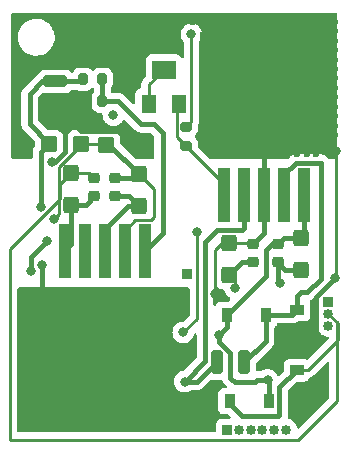
<source format=gbr>
%TF.GenerationSoftware,KiCad,Pcbnew,(6.0.5)*%
%TF.CreationDate,2022-07-20T13:20:04-04:00*%
%TF.ProjectId,torque_motor_design,746f7271-7565-45f6-9d6f-746f725f6465,rev?*%
%TF.SameCoordinates,Original*%
%TF.FileFunction,Copper,L1,Top*%
%TF.FilePolarity,Positive*%
%FSLAX46Y46*%
G04 Gerber Fmt 4.6, Leading zero omitted, Abs format (unit mm)*
G04 Created by KiCad (PCBNEW (6.0.5)) date 2022-07-20 13:20:04*
%MOMM*%
%LPD*%
G01*
G04 APERTURE LIST*
G04 Aperture macros list*
%AMRoundRect*
0 Rectangle with rounded corners*
0 $1 Rounding radius*
0 $2 $3 $4 $5 $6 $7 $8 $9 X,Y pos of 4 corners*
0 Add a 4 corners polygon primitive as box body*
4,1,4,$2,$3,$4,$5,$6,$7,$8,$9,$2,$3,0*
0 Add four circle primitives for the rounded corners*
1,1,$1+$1,$2,$3*
1,1,$1+$1,$4,$5*
1,1,$1+$1,$6,$7*
1,1,$1+$1,$8,$9*
0 Add four rect primitives between the rounded corners*
20,1,$1+$1,$2,$3,$4,$5,0*
20,1,$1+$1,$4,$5,$6,$7,0*
20,1,$1+$1,$6,$7,$8,$9,0*
20,1,$1+$1,$8,$9,$2,$3,0*%
G04 Aperture macros list end*
%TA.AperFunction,SMDPad,CuDef*%
%ADD10RoundRect,0.225000X0.250000X-0.225000X0.250000X0.225000X-0.250000X0.225000X-0.250000X-0.225000X0*%
%TD*%
%TA.AperFunction,SMDPad,CuDef*%
%ADD11RoundRect,0.250000X0.425000X-0.450000X0.425000X0.450000X-0.425000X0.450000X-0.425000X-0.450000X0*%
%TD*%
%TA.AperFunction,SMDPad,CuDef*%
%ADD12RoundRect,0.250000X-0.450000X-0.425000X0.450000X-0.425000X0.450000X0.425000X-0.450000X0.425000X0*%
%TD*%
%TA.AperFunction,SMDPad,CuDef*%
%ADD13R,1.300000X1.600000*%
%TD*%
%TA.AperFunction,SMDPad,CuDef*%
%ADD14R,2.000000X1.600000*%
%TD*%
%TA.AperFunction,SMDPad,CuDef*%
%ADD15RoundRect,0.225000X-0.250000X0.225000X-0.250000X-0.225000X0.250000X-0.225000X0.250000X0.225000X0*%
%TD*%
%TA.AperFunction,SMDPad,CuDef*%
%ADD16RoundRect,0.200000X0.200000X0.275000X-0.200000X0.275000X-0.200000X-0.275000X0.200000X-0.275000X0*%
%TD*%
%TA.AperFunction,SMDPad,CuDef*%
%ADD17R,1.100000X4.600000*%
%TD*%
%TA.AperFunction,SMDPad,CuDef*%
%ADD18R,10.800000X9.400000*%
%TD*%
%TA.AperFunction,SMDPad,CuDef*%
%ADD19RoundRect,0.250000X0.250000X0.750000X-0.250000X0.750000X-0.250000X-0.750000X0.250000X-0.750000X0*%
%TD*%
%TA.AperFunction,SMDPad,CuDef*%
%ADD20RoundRect,0.200000X-0.200000X-0.275000X0.200000X-0.275000X0.200000X0.275000X-0.200000X0.275000X0*%
%TD*%
%TA.AperFunction,SMDPad,CuDef*%
%ADD21R,1.200000X0.900000*%
%TD*%
%TA.AperFunction,SMDPad,CuDef*%
%ADD22RoundRect,0.250000X-0.425000X0.450000X-0.425000X-0.450000X0.425000X-0.450000X0.425000X0.450000X0*%
%TD*%
%TA.AperFunction,SMDPad,CuDef*%
%ADD23R,0.900000X1.200000*%
%TD*%
%TA.AperFunction,SMDPad,CuDef*%
%ADD24RoundRect,0.250000X0.750000X-0.250000X0.750000X0.250000X-0.750000X0.250000X-0.750000X-0.250000X0*%
%TD*%
%TA.AperFunction,SMDPad,CuDef*%
%ADD25RoundRect,0.200000X-0.275000X0.200000X-0.275000X-0.200000X0.275000X-0.200000X0.275000X0.200000X0*%
%TD*%
%TA.AperFunction,ComponentPad*%
%ADD26R,0.850000X0.850000*%
%TD*%
%TA.AperFunction,ComponentPad*%
%ADD27O,0.850000X0.850000*%
%TD*%
%TA.AperFunction,ViaPad*%
%ADD28C,0.600000*%
%TD*%
%TA.AperFunction,ViaPad*%
%ADD29C,0.800000*%
%TD*%
%TA.AperFunction,Conductor*%
%ADD30C,0.400000*%
%TD*%
%TA.AperFunction,Conductor*%
%ADD31C,0.250000*%
%TD*%
G04 APERTURE END LIST*
D10*
%TO.P,C8,1*%
%TO.N,+V*%
X179070000Y-49543000D03*
%TO.P,C8,2*%
%TO.N,GND*%
X179070000Y-47993000D03*
%TD*%
D11*
%TO.P,C6,1*%
%TO.N,+V*%
X177165000Y-50245000D03*
%TO.P,C6,2*%
%TO.N,GND*%
X177165000Y-47545000D03*
%TD*%
D12*
%TO.P,C10,1*%
%TO.N,GND*%
X180112000Y-45178000D03*
%TO.P,C10,2*%
%TO.N,-V*%
X182812000Y-45178000D03*
%TD*%
D13*
%TO.P,RV1,1,1*%
%TO.N,GND*%
X183742000Y-41718000D03*
D14*
%TO.P,RV1,2,2*%
X184992000Y-38818000D03*
D13*
%TO.P,RV1,3,3*%
%TO.N,Net-(R1-Pad2)*%
X186242000Y-41718000D03*
%TD*%
D15*
%TO.P,C7,1*%
%TO.N,+V*%
X194665600Y-53581000D03*
%TO.P,C7,2*%
%TO.N,GND*%
X194665600Y-55131000D03*
%TD*%
D16*
%TO.P,R6,1*%
%TO.N,Net-(R5-Pad2)*%
X179793400Y-41503600D03*
%TO.P,R6,2*%
%TO.N,-V*%
X178143400Y-41503600D03*
%TD*%
D17*
%TO.P,U3,1,+*%
%TO.N,Net-(R1-Pad2)*%
X190092000Y-49443000D03*
%TO.P,U3,2,-*%
%TO.N,Net-(Motor-1-Pad1)*%
X191792000Y-49443000D03*
%TO.P,U3,3*%
%TO.N,-V*%
X193492000Y-49443000D03*
%TO.P,U3,4,V+*%
%TO.N,Net-(D1-Pad2)*%
X195192000Y-49443000D03*
%TO.P,U3,5,V-*%
%TO.N,+V*%
X196892000Y-49443000D03*
D18*
%TO.P,U3,6*%
%TO.N,-V*%
X193492000Y-40293000D03*
%TD*%
D19*
%TO.P,Motor+1,1,Pin_1*%
%TO.N,Net-(D1-Pad2)*%
X191820800Y-63601600D03*
%TD*%
D15*
%TO.P,C5,1*%
%TO.N,-V*%
X192532000Y-53581000D03*
%TO.P,C5,2*%
%TO.N,GND*%
X192532000Y-55131000D03*
%TD*%
D20*
%TO.P,R5,1*%
%TO.N,+V*%
X178143400Y-39624000D03*
%TO.P,R5,2*%
%TO.N,Net-(R5-Pad2)*%
X179793400Y-39624000D03*
%TD*%
D21*
%TO.P,D7,1,K*%
%TO.N,GND*%
X196242000Y-64268000D03*
%TO.P,D7,2,A*%
%TO.N,-V*%
X196242000Y-67568000D03*
%TD*%
D12*
%TO.P,C9,1*%
%TO.N,+V*%
X175307000Y-45085000D03*
%TO.P,C9,2*%
%TO.N,GND*%
X178007000Y-45085000D03*
%TD*%
D17*
%TO.P,U2,1,+*%
%TO.N,Net-(R5-Pad2)*%
X183392000Y-54193000D03*
%TO.P,U2,2,-*%
%TO.N,GND*%
X181692000Y-54193000D03*
%TO.P,U2,3*%
%TO.N,-V*%
X179992000Y-54193000D03*
%TO.P,U2,4,V+*%
%TO.N,GND*%
X178292000Y-54193000D03*
%TO.P,U2,5,V-*%
%TO.N,+V*%
X176592000Y-54193000D03*
D18*
%TO.P,U2,6*%
%TO.N,-V*%
X179992000Y-63343000D03*
%TD*%
D11*
%TO.P,C4,1*%
%TO.N,GND*%
X190500000Y-56214000D03*
%TO.P,C4,2*%
%TO.N,-V*%
X190500000Y-53514000D03*
%TD*%
D22*
%TO.P,C12,1*%
%TO.N,+V*%
X196646800Y-53056800D03*
%TO.P,C12,2*%
%TO.N,GND*%
X196646800Y-55756800D03*
%TD*%
D23*
%TO.P,D1,1,K*%
%TO.N,+V*%
X190342000Y-59568000D03*
%TO.P,D1,2,A*%
%TO.N,Net-(D1-Pad2)*%
X193642000Y-59568000D03*
%TD*%
D24*
%TO.P,External_(-12V)1,1,Pin_1*%
%TO.N,-V*%
X175798000Y-41862000D03*
%TD*%
%TO.P,External_(+12V)1,1,Pin_1*%
%TO.N,+V*%
X175798000Y-39818000D03*
%TD*%
D19*
%TO.P,Motor-1,1,Pin_1*%
%TO.N,Net-(Motor-1-Pad1)*%
X189492000Y-63568000D03*
%TD*%
D25*
%TO.P,R1,1*%
%TO.N,Torque_Mode*%
X186892000Y-43643000D03*
%TO.P,R1,2*%
%TO.N,Net-(R1-Pad2)*%
X186892000Y-45293000D03*
%TD*%
D10*
%TO.P,C11,1*%
%TO.N,-V*%
X180848000Y-49543000D03*
%TO.P,C11,2*%
%TO.N,GND*%
X180848000Y-47993000D03*
%TD*%
D21*
%TO.P,D5,1,K*%
%TO.N,Net-(D1-Pad2)*%
X196292000Y-59168000D03*
%TO.P,D5,2,A*%
%TO.N,-V*%
X196292000Y-62468000D03*
%TD*%
D22*
%TO.P,C3,1*%
%TO.N,GND*%
X182880000Y-47672000D03*
%TO.P,C3,2*%
%TO.N,-V*%
X182880000Y-50372000D03*
%TD*%
D23*
%TO.P,D6,1,K*%
%TO.N,+V*%
X193877200Y-66903600D03*
%TO.P,D6,2,A*%
%TO.N,GND*%
X190577200Y-66903600D03*
%TD*%
D26*
%TO.P,header_2,1*%
%TO.N,N/C*%
X198932800Y-58486800D03*
D27*
%TO.P,header_2,2*%
%TO.N,GND*%
X198932800Y-59486800D03*
%TO.P,header_2,3*%
%TO.N,+V*%
X198932800Y-60486800D03*
%TD*%
D26*
%TO.P,Current_Sense,1*%
%TO.N,current_sense*%
X186962000Y-56128000D03*
%TD*%
%TO.P,header,1*%
%TO.N,N/C*%
X190347600Y-69291200D03*
D27*
%TO.P,header,2*%
X191347600Y-69291200D03*
%TO.P,header,3*%
X192347600Y-69291200D03*
%TO.P,header,4*%
%TO.N,Net-(Motor-1-Pad1)*%
X193347600Y-69291200D03*
%TO.P,header,5*%
%TO.N,Torque_Mode*%
X194347600Y-69291200D03*
%TO.P,header,6*%
%TO.N,current_sense*%
X195347600Y-69291200D03*
%TD*%
D28*
%TO.N,-V*%
X172292000Y-43568000D03*
X172288521Y-40367999D03*
X172292000Y-41968000D03*
X172292000Y-41168000D03*
X172292000Y-42768000D03*
X172292000Y-45168000D03*
X172292000Y-39568000D03*
X172292000Y-44368000D03*
X173080258Y-39557864D03*
X172289680Y-45965680D03*
D29*
%TO.N,+V*%
X174592000Y-50418000D03*
X176602000Y-54208000D03*
X173792000Y-55868000D03*
X193792000Y-65078000D03*
X175092000Y-53368000D03*
X189692000Y-61268000D03*
D28*
%TO.N,-V*%
X175006000Y-62484000D03*
X192786000Y-36322000D03*
X189992000Y-41402000D03*
X189892000Y-45968000D03*
X196088000Y-44450000D03*
X173092000Y-65168000D03*
X178692000Y-69168000D03*
X192292000Y-34768000D03*
X183492000Y-34768000D03*
X181864000Y-60960000D03*
X199492000Y-38768000D03*
X187492000Y-67568000D03*
D29*
X175517500Y-46649601D03*
D28*
X197358000Y-44450000D03*
X197612000Y-39370000D03*
X185892000Y-34768000D03*
X185892000Y-69168000D03*
X196342000Y-42418000D03*
X189992000Y-43434000D03*
X185092000Y-69168000D03*
X181864000Y-59182000D03*
X195326000Y-42418000D03*
X179832000Y-59182000D03*
X180594000Y-64008000D03*
X189992000Y-40386000D03*
X195580000Y-38354000D03*
X177892000Y-36368000D03*
X195580000Y-36322000D03*
X178054000Y-66548000D03*
X186692000Y-34768000D03*
X183896000Y-59944000D03*
X189092000Y-67568000D03*
X181864000Y-59944000D03*
X198374000Y-39370000D03*
X173892000Y-57968000D03*
X175006000Y-65532000D03*
X194564000Y-43434000D03*
X196292000Y-34768000D03*
X182692000Y-35568000D03*
X195580000Y-39370000D03*
X179492000Y-37168000D03*
X176022000Y-60960000D03*
X188976000Y-38354000D03*
X197612000Y-43434000D03*
X173092000Y-61968000D03*
X181892000Y-69168000D03*
X188976000Y-44450000D03*
X192024000Y-40386000D03*
X192024000Y-42418000D03*
X196596000Y-39370000D03*
X197358000Y-40386000D03*
X173891999Y-66789876D03*
X191897000Y-36322000D03*
X194691866Y-45964521D03*
X181092000Y-35568000D03*
X179070000Y-67564000D03*
X197612000Y-41402000D03*
X192292000Y-45968000D03*
X177092000Y-69168000D03*
X199492000Y-41168000D03*
X188976000Y-40386000D03*
X199492000Y-35568000D03*
X182626000Y-64262000D03*
X179486781Y-69162781D03*
X182626000Y-59944000D03*
D29*
X189342000Y-57818000D03*
D28*
X187492000Y-34768000D03*
X177038000Y-65532000D03*
X180292000Y-37968000D03*
X189892000Y-34768000D03*
X173892000Y-68368000D03*
X196596000Y-43434000D03*
X183896000Y-64262000D03*
X198374000Y-40386000D03*
X184288521Y-69164521D03*
D29*
X196242000Y-66418000D03*
D28*
X180292000Y-34768000D03*
X192024000Y-44450000D03*
X183896000Y-59182000D03*
X193548000Y-38354000D03*
X182626000Y-60960000D03*
X188292000Y-34768000D03*
X173092000Y-69168000D03*
X196292000Y-45968000D03*
X199492000Y-37168000D03*
X193548000Y-43434000D03*
X181092000Y-69168000D03*
X173892000Y-65968000D03*
X194056000Y-44450000D03*
X184292000Y-34768000D03*
D29*
X174692000Y-55368000D03*
D28*
X182626000Y-65532000D03*
X175006000Y-59944000D03*
X176022000Y-67564000D03*
X183870642Y-67546787D03*
X173892000Y-61968000D03*
X189738000Y-36322000D03*
X199492000Y-42768000D03*
X175492000Y-69168000D03*
X178692000Y-37968000D03*
X178692000Y-35568000D03*
X195580000Y-41402000D03*
X193548000Y-40386000D03*
X179491599Y-35562781D03*
X191492000Y-34768000D03*
X176022000Y-63500000D03*
X188976000Y-43434000D03*
X189092000Y-65968000D03*
X196469000Y-36322000D03*
X177038000Y-66548000D03*
X175006000Y-67564000D03*
X190692000Y-45968000D03*
X193548000Y-39370000D03*
X191492000Y-45968000D03*
X192786000Y-37338000D03*
X173892000Y-65168000D03*
X183896000Y-62992000D03*
X198692000Y-34768000D03*
X194564000Y-39370000D03*
X191008000Y-39370000D03*
X194564000Y-37338000D03*
X192024000Y-41402000D03*
X183896000Y-66548000D03*
X180848000Y-60960000D03*
X199492000Y-43568000D03*
X181610000Y-66040000D03*
X173092000Y-65968000D03*
X195580000Y-37338000D03*
X188292000Y-67568000D03*
X180848000Y-59968000D03*
X182626000Y-66548000D03*
X193548000Y-41402000D03*
X184912000Y-67564000D03*
X181610000Y-62992000D03*
X189085575Y-66761778D03*
X197892000Y-45968000D03*
X186692000Y-67568000D03*
X189992000Y-42418000D03*
X177892000Y-37968000D03*
X179578000Y-62992000D03*
X177892000Y-37168000D03*
X177038000Y-60960000D03*
X186692000Y-69168000D03*
X193548000Y-42418000D03*
X179578000Y-64008000D03*
X181892000Y-34768000D03*
X173084172Y-68366393D03*
X186692000Y-66768000D03*
X181610000Y-64008000D03*
X177038000Y-67564000D03*
X180594000Y-62992000D03*
X173890393Y-58766393D03*
X191008000Y-37338000D03*
X189992000Y-44450000D03*
X181892000Y-36368000D03*
X198374000Y-42418000D03*
X198374000Y-38354000D03*
X199492000Y-40368000D03*
X196596000Y-38354000D03*
X188976000Y-37338000D03*
X179484172Y-37967999D03*
X173092000Y-64368000D03*
X176292000Y-69168000D03*
X198374000Y-37338000D03*
X173092000Y-60368000D03*
X180292000Y-36368000D03*
X199492000Y-44368000D03*
X181092000Y-34768000D03*
X176022000Y-64516000D03*
X193802000Y-37338000D03*
X173092000Y-66768000D03*
X182626000Y-62992000D03*
X189092000Y-34768000D03*
X175006000Y-59182000D03*
X173892000Y-64368000D03*
X182626000Y-59182000D03*
X194564000Y-40386000D03*
X181892000Y-37168000D03*
X178692000Y-37168000D03*
X197358000Y-42418000D03*
X180292000Y-37168000D03*
X178308000Y-62992000D03*
X199492000Y-39568000D03*
X189992000Y-38354000D03*
X178692000Y-34768000D03*
X192024000Y-39370000D03*
X181092000Y-36368000D03*
X176022000Y-65532000D03*
X183896000Y-60960000D03*
X177892000Y-34768000D03*
X194564000Y-38354000D03*
X176022000Y-66548000D03*
X175006000Y-63500000D03*
X198374000Y-36322000D03*
X181610000Y-65024000D03*
X180848000Y-59182000D03*
X181092000Y-37968000D03*
X188292000Y-66768000D03*
X173092000Y-67568000D03*
X173092000Y-63568000D03*
X191008000Y-43434000D03*
X199492000Y-41968000D03*
X187488787Y-66761778D03*
X186692000Y-68368000D03*
X191008000Y-41402000D03*
X190692000Y-34768000D03*
X173092000Y-62768000D03*
X179492000Y-36368000D03*
X182692000Y-34768000D03*
X190754000Y-36322000D03*
X183896000Y-65532000D03*
X196596000Y-41402000D03*
X175006000Y-64516000D03*
X178308000Y-61976000D03*
X199492000Y-34768000D03*
X194691000Y-36322000D03*
X177892000Y-35568000D03*
X179492000Y-34768000D03*
X197612000Y-37338000D03*
X191008000Y-44450000D03*
X183492000Y-35568000D03*
X192024000Y-37338000D03*
X199488521Y-37967999D03*
X199492000Y-36368000D03*
X197092000Y-45968000D03*
X195072000Y-44450000D03*
X198374000Y-41402000D03*
X180292000Y-35568000D03*
X196342000Y-40386000D03*
X188976000Y-42418000D03*
X181892000Y-35568000D03*
X174692000Y-69168000D03*
X193040000Y-44450000D03*
X193892000Y-34768000D03*
X180292000Y-69168000D03*
X191008000Y-38354000D03*
X188722000Y-36322000D03*
X197892000Y-34768000D03*
X193802000Y-36322000D03*
X185092000Y-34768000D03*
D29*
X199491600Y-56438800D03*
D28*
X191008000Y-42418000D03*
X176022000Y-59944000D03*
X173092000Y-61168000D03*
X177892000Y-69168000D03*
X198374000Y-44450000D03*
X193092000Y-34768000D03*
X182626000Y-67564000D03*
D29*
X199592000Y-45668000D03*
D28*
X195326000Y-40386000D03*
X188976000Y-41402000D03*
X173892000Y-69168000D03*
X178692000Y-36368000D03*
X177800000Y-67564000D03*
X198374000Y-43434000D03*
X173892000Y-67568000D03*
X182692000Y-36368000D03*
X188976000Y-39370000D03*
X180594000Y-65024000D03*
X192024000Y-43434000D03*
X181092000Y-37168000D03*
X173892000Y-62768000D03*
X197612000Y-38354000D03*
X195580000Y-43434000D03*
X195492000Y-45968000D03*
X192024000Y-38354000D03*
X191008000Y-40386000D03*
X189992000Y-37338000D03*
X194692000Y-34768000D03*
D29*
X179992000Y-54193000D03*
D28*
X195492000Y-34768000D03*
X173892000Y-61168000D03*
X175006000Y-66548000D03*
X194564000Y-41402000D03*
X177038000Y-64516000D03*
X197358000Y-36322000D03*
X194564000Y-42418000D03*
X189992000Y-39370000D03*
X196596000Y-37338000D03*
X173892000Y-63568000D03*
X197092000Y-34768000D03*
X179832000Y-59944000D03*
D29*
%TO.N,Torque_Mode*%
X187325000Y-35814000D03*
%TO.N,GND*%
X191008000Y-57277000D03*
X187807600Y-52578000D03*
X186639200Y-61061600D03*
X180721000Y-42672000D03*
X183742000Y-41718000D03*
X175671854Y-51486867D03*
X178212000Y-53318000D03*
X194818000Y-56845200D03*
%TO.N,Net-(Motor-1-Pad1)*%
X186752000Y-65238000D03*
%TD*%
D30*
%TO.N,+V*%
X192884400Y-65078000D02*
X193792000Y-65078000D01*
X190342000Y-59568000D02*
X190342000Y-60618000D01*
X193877200Y-66903600D02*
X193877200Y-65163200D01*
X174592000Y-45800000D02*
X175307000Y-45085000D01*
X177165000Y-50245000D02*
X177165000Y-53620000D01*
X196892000Y-52811600D02*
X196646800Y-53056800D01*
X176602000Y-54208000D02*
X176602000Y-54203000D01*
X191008000Y-65278000D02*
X192684400Y-65278000D01*
X193649600Y-56260400D02*
X190342000Y-59568000D01*
X189692000Y-61849441D02*
X190642480Y-62799921D01*
X175798000Y-39818000D02*
X177949400Y-39818000D01*
X174592000Y-50418000D02*
X174592000Y-45800000D01*
X193877200Y-65163200D02*
X193792000Y-65078000D01*
X196892000Y-49443000D02*
X196892000Y-52811600D01*
X194170600Y-53581000D02*
X193649600Y-54102000D01*
X174710400Y-39818000D02*
X173634400Y-40894000D01*
X190642480Y-64912480D02*
X191008000Y-65278000D01*
X196646800Y-53056800D02*
X195189800Y-53056800D01*
X193649600Y-54102000D02*
X193649600Y-56260400D01*
X195189800Y-53056800D02*
X194665600Y-53581000D01*
X190642480Y-62799921D02*
X190642480Y-64912480D01*
X177949400Y-39818000D02*
X178143400Y-39624000D01*
X173634400Y-43412400D02*
X175307000Y-45085000D01*
X176602000Y-54203000D02*
X176592000Y-54193000D01*
X192684400Y-65278000D02*
X192884400Y-65078000D01*
X190342000Y-60618000D02*
X189692000Y-61268000D01*
X177165000Y-50245000D02*
X178368000Y-50245000D01*
X194665600Y-53581000D02*
X194170600Y-53581000D01*
X173634400Y-40894000D02*
X173634400Y-43412400D01*
X175798000Y-39818000D02*
X174710400Y-39818000D01*
X177165000Y-53620000D02*
X176592000Y-54193000D01*
X173792000Y-54668000D02*
X175092000Y-53368000D01*
X189692000Y-61268000D02*
X189692000Y-61849441D01*
X178368000Y-50245000D02*
X179070000Y-49543000D01*
X173792000Y-55868000D02*
X173792000Y-54668000D01*
%TO.N,-V*%
X180848000Y-49543000D02*
X182051000Y-49543000D01*
X179992000Y-54193000D02*
X179992000Y-52343978D01*
X179992000Y-52343978D02*
X181963978Y-50372000D01*
D31*
X199592000Y-45668000D02*
X198867000Y-45668000D01*
D30*
X179992000Y-62968000D02*
X179992000Y-63343000D01*
X177785000Y-41862000D02*
X178143400Y-41503600D01*
X176642000Y-42706000D02*
X175798000Y-41862000D01*
X196408800Y-62468000D02*
X197916800Y-60960000D01*
X197916800Y-60960000D02*
X197916800Y-58064400D01*
X176642000Y-45807931D02*
X176642000Y-42706000D01*
X193492000Y-49443000D02*
X193492000Y-52621000D01*
D31*
X192465000Y-53514000D02*
X192532000Y-53581000D01*
X189956000Y-53514000D02*
X189342000Y-54128000D01*
D30*
X196242000Y-67568000D02*
X196242000Y-66418000D01*
X175798000Y-41862000D02*
X177946480Y-44010480D01*
X193492000Y-40293000D02*
X193492000Y-49443000D01*
D31*
X190500000Y-53514000D02*
X189945000Y-53514000D01*
D30*
X177946480Y-44010480D02*
X181644480Y-44010480D01*
X175517500Y-46649601D02*
X175800330Y-46649601D01*
D31*
X190500000Y-53514000D02*
X192465000Y-53514000D01*
X199592000Y-56338400D02*
X199491600Y-56438800D01*
D30*
X193492000Y-52621000D02*
X192532000Y-53581000D01*
X174692000Y-57668000D02*
X179992000Y-62968000D01*
D31*
X190500000Y-53514000D02*
X189956000Y-53514000D01*
D30*
X174692000Y-55368000D02*
X174692000Y-57668000D01*
D31*
X199592000Y-45668000D02*
X199592000Y-56338400D01*
D30*
X181963978Y-50372000D02*
X182880000Y-50372000D01*
X181644480Y-44010480D02*
X182812000Y-45178000D01*
X175798000Y-41862000D02*
X177785000Y-41862000D01*
X197916800Y-58064400D02*
X199491600Y-56489600D01*
D31*
X189342000Y-54128000D02*
X189342000Y-57818000D01*
D30*
X175804000Y-41868000D02*
X175798000Y-41862000D01*
X199491600Y-56489600D02*
X199491600Y-56438800D01*
X175800330Y-46649601D02*
X176642000Y-45807931D01*
X196292000Y-62468000D02*
X196408800Y-62468000D01*
X182051000Y-49543000D02*
X182880000Y-50372000D01*
D31*
X198867000Y-45668000D02*
X193492000Y-40293000D01*
%TO.N,Torque_Mode*%
X187325000Y-43210000D02*
X187325000Y-35814000D01*
X186892000Y-43643000D02*
X187325000Y-43210000D01*
%TO.N,Net-(R1-Pad2)*%
X189682000Y-49443000D02*
X189682000Y-48083000D01*
X186892000Y-45293000D02*
X186092480Y-44493480D01*
X186092480Y-44493480D02*
X186092480Y-41867520D01*
X189682000Y-48083000D02*
X186892000Y-45293000D01*
X186092480Y-41867520D02*
X186242000Y-41718000D01*
D30*
%TO.N,Net-(R5-Pad2)*%
X183083200Y-43434000D02*
X184150000Y-43434000D01*
X184912000Y-52673000D02*
X183392000Y-54193000D01*
X179793400Y-41503600D02*
X181152800Y-41503600D01*
X184150000Y-43434000D02*
X184912000Y-44196000D01*
X184912000Y-44196000D02*
X184912000Y-52673000D01*
X179793400Y-39624000D02*
X179793400Y-41503600D01*
X181152800Y-41503600D02*
X183083200Y-43434000D01*
%TO.N,GND*%
X182559000Y-47993000D02*
X182880000Y-47672000D01*
D31*
X176165480Y-47026235D02*
X178007000Y-45184715D01*
X181692000Y-52443000D02*
X182573000Y-51562000D01*
X199632311Y-60186311D02*
X199632311Y-66915289D01*
X183896000Y-51562000D02*
X184150000Y-51308000D01*
X184150000Y-48942000D02*
X182880000Y-47672000D01*
X197199600Y-64268000D02*
X196242000Y-64268000D01*
D30*
X190577200Y-67103200D02*
X191642000Y-68168000D01*
X180112000Y-45178000D02*
X180386000Y-45178000D01*
D31*
X186639200Y-61061600D02*
X187807600Y-59893200D01*
X178007000Y-45184715D02*
X178007000Y-45085000D01*
D30*
X180386000Y-45178000D02*
X182880000Y-47672000D01*
D31*
X199745600Y-60299600D02*
X199745600Y-61722000D01*
X180006000Y-45085000D02*
X178007000Y-45085000D01*
D30*
X194665600Y-56692800D02*
X194818000Y-56845200D01*
D31*
X183742000Y-40068000D02*
X184992000Y-38818000D01*
D30*
X194792000Y-65718000D02*
X194792000Y-68067022D01*
X180848000Y-47993000D02*
X182559000Y-47993000D01*
D31*
X178622000Y-47545000D02*
X179070000Y-47993000D01*
X199632311Y-66915289D02*
X196392800Y-70154800D01*
X176152241Y-51006480D02*
X175671854Y-51486867D01*
X178212000Y-54113000D02*
X178292000Y-54193000D01*
X198932800Y-59486800D02*
X199745600Y-60299600D01*
D30*
X196646800Y-55756800D02*
X195291400Y-55756800D01*
D31*
X183742000Y-41718000D02*
X183742000Y-40068000D01*
D30*
X194665600Y-55131000D02*
X194665600Y-56692800D01*
X196242000Y-64268000D02*
X194792000Y-65718000D01*
D31*
X199745600Y-61722000D02*
X197199600Y-64268000D01*
X187807600Y-59893200D02*
X187807600Y-52578000D01*
X176215480Y-48494520D02*
X177165000Y-47545000D01*
X176215480Y-49748424D02*
X176215480Y-48494520D01*
D30*
X194691022Y-68168000D02*
X191642000Y-68168000D01*
D31*
X171958000Y-54005904D02*
X176215480Y-49748424D01*
D30*
X192532000Y-55131000D02*
X191583000Y-55131000D01*
D31*
X171958000Y-70154800D02*
X171958000Y-54005904D01*
X176165480Y-51006480D02*
X176165480Y-47026235D01*
D30*
X195291400Y-55756800D02*
X194665600Y-55131000D01*
D31*
X194619200Y-56845200D02*
X194818000Y-56845200D01*
X184150000Y-51308000D02*
X184150000Y-48942000D01*
X181692000Y-54193000D02*
X181692000Y-52443000D01*
D30*
X190577200Y-66903600D02*
X190577200Y-67103200D01*
X191583000Y-55131000D02*
X190500000Y-56214000D01*
D31*
X196392800Y-70154800D02*
X171958000Y-70154800D01*
X191008000Y-57277000D02*
X191008000Y-56722000D01*
X198932800Y-59486800D02*
X199632311Y-60186311D01*
X176165480Y-51006480D02*
X176152241Y-51006480D01*
X177165000Y-47545000D02*
X178622000Y-47545000D01*
D30*
X194792000Y-68067022D02*
X194691022Y-68168000D01*
D31*
X191008000Y-56722000D02*
X190500000Y-56214000D01*
X178212000Y-53318000D02*
X178212000Y-54113000D01*
X182573000Y-51562000D02*
X183896000Y-51562000D01*
D30*
%TO.N,Net-(Motor-1-Pad1)*%
X191747480Y-52232520D02*
X191747480Y-49443000D01*
X186752000Y-65238000D02*
X187822000Y-65238000D01*
X188492000Y-53388000D02*
X189522000Y-52358000D01*
X186752000Y-65238000D02*
X188492000Y-63498000D01*
X191622000Y-52358000D02*
X191747480Y-52232520D01*
X189522000Y-52358000D02*
X191622000Y-52358000D01*
X187822000Y-65238000D02*
X189492000Y-63568000D01*
X188492000Y-63498000D02*
X188492000Y-53388000D01*
%TO.N,Net-(D1-Pad2)*%
X198272000Y-56540800D02*
X198272000Y-52169441D01*
X196646800Y-57658000D02*
X197154800Y-57658000D01*
X197154800Y-57658000D02*
X198272000Y-56540800D01*
X193642000Y-59568000D02*
X193642000Y-61780400D01*
X196292000Y-59168000D02*
X196292000Y-58012800D01*
X196177000Y-46708000D02*
X195192000Y-47693000D01*
X195892000Y-59568000D02*
X196292000Y-59168000D01*
X195192000Y-47693000D02*
X195192000Y-49443000D01*
X198272000Y-46708000D02*
X196177000Y-46708000D01*
X198272000Y-52169441D02*
X198272000Y-46708000D01*
X193642000Y-61780400D02*
X191820800Y-63601600D01*
X193642000Y-59568000D02*
X195892000Y-59568000D01*
X196292000Y-58012800D02*
X196646800Y-57658000D01*
%TD*%
%TA.AperFunction,Conductor*%
%TO.N,-V*%
G36*
X187116221Y-57278002D02*
G01*
X187162714Y-57331658D01*
X187174100Y-57384000D01*
X187174100Y-59578605D01*
X187154098Y-59646726D01*
X187137195Y-59667701D01*
X186688699Y-60116196D01*
X186626387Y-60150221D01*
X186599604Y-60153100D01*
X186543713Y-60153100D01*
X186537261Y-60154472D01*
X186537256Y-60154472D01*
X186450312Y-60172953D01*
X186356912Y-60192806D01*
X186350882Y-60195491D01*
X186350881Y-60195491D01*
X186188478Y-60267797D01*
X186188476Y-60267798D01*
X186182448Y-60270482D01*
X186177107Y-60274362D01*
X186177106Y-60274363D01*
X186153320Y-60291645D01*
X186027947Y-60382734D01*
X186023526Y-60387644D01*
X186023525Y-60387645D01*
X185928335Y-60493365D01*
X185900160Y-60524656D01*
X185804673Y-60690044D01*
X185745658Y-60871672D01*
X185744968Y-60878233D01*
X185744968Y-60878235D01*
X185735973Y-60963815D01*
X185725696Y-61061600D01*
X185726386Y-61068165D01*
X185744562Y-61241097D01*
X185745658Y-61251528D01*
X185804673Y-61433156D01*
X185900160Y-61598544D01*
X186027947Y-61740466D01*
X186182448Y-61852718D01*
X186188476Y-61855402D01*
X186188478Y-61855403D01*
X186350881Y-61927709D01*
X186356912Y-61930394D01*
X186450313Y-61950247D01*
X186537256Y-61968728D01*
X186537261Y-61968728D01*
X186543713Y-61970100D01*
X186734687Y-61970100D01*
X186741139Y-61968728D01*
X186741144Y-61968728D01*
X186828087Y-61950247D01*
X186921488Y-61930394D01*
X186927519Y-61927709D01*
X187089922Y-61855403D01*
X187089924Y-61855402D01*
X187095952Y-61852718D01*
X187250453Y-61740466D01*
X187378240Y-61598544D01*
X187473727Y-61433156D01*
X187532742Y-61251528D01*
X187533432Y-61244965D01*
X187534254Y-61241097D01*
X187567982Y-61178624D01*
X187630132Y-61144303D01*
X187700971Y-61149032D01*
X187758009Y-61191308D01*
X187783135Y-61257710D01*
X187783500Y-61267295D01*
X187783500Y-63152339D01*
X187763498Y-63220460D01*
X187746595Y-63241434D01*
X186685467Y-64302563D01*
X186622569Y-64336715D01*
X186469712Y-64369206D01*
X186463682Y-64371891D01*
X186463681Y-64371891D01*
X186301278Y-64444197D01*
X186301276Y-64444198D01*
X186295248Y-64446882D01*
X186140747Y-64559134D01*
X186136326Y-64564044D01*
X186136325Y-64564045D01*
X186018569Y-64694827D01*
X186012960Y-64701056D01*
X185969356Y-64776580D01*
X185923371Y-64856229D01*
X185917473Y-64866444D01*
X185858458Y-65048072D01*
X185857768Y-65054633D01*
X185857768Y-65054635D01*
X185845457Y-65171767D01*
X185838496Y-65238000D01*
X185839186Y-65244565D01*
X185847795Y-65326471D01*
X185858458Y-65427928D01*
X185917473Y-65609556D01*
X186012960Y-65774944D01*
X186017378Y-65779851D01*
X186017379Y-65779852D01*
X186120367Y-65894232D01*
X186140747Y-65916866D01*
X186295248Y-66029118D01*
X186301276Y-66031802D01*
X186301278Y-66031803D01*
X186376521Y-66065303D01*
X186469712Y-66106794D01*
X186563112Y-66126647D01*
X186650056Y-66145128D01*
X186650061Y-66145128D01*
X186656513Y-66146500D01*
X186847487Y-66146500D01*
X186853939Y-66145128D01*
X186853944Y-66145128D01*
X186940888Y-66126647D01*
X187034288Y-66106794D01*
X187127479Y-66065303D01*
X187202722Y-66031803D01*
X187202724Y-66031802D01*
X187208752Y-66029118D01*
X187289344Y-65970564D01*
X187356211Y-65946706D01*
X187363405Y-65946500D01*
X187793088Y-65946500D01*
X187801658Y-65946792D01*
X187851776Y-65950209D01*
X187851780Y-65950209D01*
X187859352Y-65950725D01*
X187866829Y-65949420D01*
X187866830Y-65949420D01*
X187893308Y-65944799D01*
X187922303Y-65939738D01*
X187928821Y-65938777D01*
X187992242Y-65931102D01*
X187999343Y-65928419D01*
X188001952Y-65927778D01*
X188018262Y-65923315D01*
X188020798Y-65922550D01*
X188028284Y-65921243D01*
X188086800Y-65895556D01*
X188092904Y-65893065D01*
X188145548Y-65873173D01*
X188145549Y-65873172D01*
X188152656Y-65870487D01*
X188158919Y-65866183D01*
X188161285Y-65864946D01*
X188176097Y-65856701D01*
X188178351Y-65855368D01*
X188185305Y-65852315D01*
X188236002Y-65813413D01*
X188241332Y-65809541D01*
X188287720Y-65777661D01*
X188287725Y-65777656D01*
X188293981Y-65773357D01*
X188335436Y-65726829D01*
X188340416Y-65721554D01*
X188964387Y-65097583D01*
X189026699Y-65063557D01*
X189079899Y-65063478D01*
X189080602Y-65063629D01*
X189087139Y-65065797D01*
X189093982Y-65066498D01*
X189093986Y-65066499D01*
X189148665Y-65072101D01*
X189191600Y-65076500D01*
X189792400Y-65076500D01*
X189795646Y-65076163D01*
X189795650Y-65076163D01*
X189823358Y-65073288D01*
X189842796Y-65071271D01*
X189912616Y-65084136D01*
X189964399Y-65132706D01*
X189971172Y-65145952D01*
X189984922Y-65177275D01*
X189987415Y-65183384D01*
X190005572Y-65231435D01*
X190009993Y-65243136D01*
X190014297Y-65249399D01*
X190015534Y-65251765D01*
X190023779Y-65266577D01*
X190025112Y-65268831D01*
X190028165Y-65275785D01*
X190032787Y-65281808D01*
X190067059Y-65326471D01*
X190070939Y-65331812D01*
X190102819Y-65378200D01*
X190102824Y-65378205D01*
X190107123Y-65384461D01*
X190112792Y-65389511D01*
X190112792Y-65389512D01*
X190153649Y-65425914D01*
X190158925Y-65430896D01*
X190308034Y-65580005D01*
X190342060Y-65642317D01*
X190336995Y-65713132D01*
X190294448Y-65769968D01*
X190227928Y-65794779D01*
X190218939Y-65795100D01*
X190079066Y-65795100D01*
X190016884Y-65801855D01*
X189880495Y-65852985D01*
X189763939Y-65940339D01*
X189676585Y-66056895D01*
X189625455Y-66193284D01*
X189618700Y-66255466D01*
X189618700Y-67551734D01*
X189625455Y-67613916D01*
X189676585Y-67750305D01*
X189763939Y-67866861D01*
X189880495Y-67954215D01*
X190016884Y-68005345D01*
X190079066Y-68012100D01*
X190431940Y-68012100D01*
X190500061Y-68032102D01*
X190521035Y-68049005D01*
X190614635Y-68142605D01*
X190648661Y-68204917D01*
X190643596Y-68275732D01*
X190601049Y-68332568D01*
X190534529Y-68357379D01*
X190525540Y-68357700D01*
X189874466Y-68357700D01*
X189812284Y-68364455D01*
X189675895Y-68415585D01*
X189559339Y-68502939D01*
X189471985Y-68619495D01*
X189420855Y-68755884D01*
X189414100Y-68818066D01*
X189414100Y-69395300D01*
X189394098Y-69463421D01*
X189340442Y-69509914D01*
X189288100Y-69521300D01*
X172717500Y-69521300D01*
X172649379Y-69501298D01*
X172602886Y-69447642D01*
X172591500Y-69395300D01*
X172591500Y-57384000D01*
X172611502Y-57315879D01*
X172665158Y-57269386D01*
X172717500Y-57258000D01*
X187048100Y-57258000D01*
X187116221Y-57278002D01*
G37*
%TD.AperFunction*%
%TA.AperFunction,Conductor*%
G36*
X198916844Y-63550828D02*
G01*
X198973679Y-63593375D01*
X198998490Y-63659895D01*
X198998811Y-63668884D01*
X198998811Y-66600694D01*
X198978809Y-66668815D01*
X198961906Y-66689789D01*
X196480063Y-69171632D01*
X196417751Y-69205658D01*
X196346936Y-69200593D01*
X196290100Y-69158046D01*
X196267722Y-69108734D01*
X196266420Y-69102607D01*
X196265730Y-69096045D01*
X196205092Y-68909420D01*
X196106977Y-68739480D01*
X195975674Y-68593653D01*
X195816921Y-68478312D01*
X195810893Y-68475628D01*
X195810891Y-68475627D01*
X195643687Y-68401183D01*
X195643686Y-68401183D01*
X195637656Y-68398498D01*
X195581407Y-68386542D01*
X195518934Y-68352814D01*
X195484612Y-68290664D01*
X195485354Y-68244785D01*
X195483282Y-68244512D01*
X195491622Y-68181161D01*
X195492654Y-68174645D01*
X195502911Y-68119303D01*
X195504295Y-68111836D01*
X195500709Y-68049642D01*
X195500500Y-68042389D01*
X195500500Y-66063660D01*
X195520502Y-65995539D01*
X195537405Y-65974565D01*
X196248565Y-65263405D01*
X196310877Y-65229379D01*
X196337660Y-65226500D01*
X196890134Y-65226500D01*
X196952316Y-65219745D01*
X197088705Y-65168615D01*
X197205261Y-65081261D01*
X197292615Y-64964705D01*
X197295967Y-64955764D01*
X197296306Y-64955313D01*
X197300077Y-64948425D01*
X197301071Y-64948969D01*
X197338610Y-64899001D01*
X197367563Y-64882846D01*
X197399510Y-64870197D01*
X197410742Y-64866351D01*
X197445583Y-64856229D01*
X197445584Y-64856229D01*
X197453193Y-64854018D01*
X197460012Y-64849985D01*
X197460017Y-64849983D01*
X197470628Y-64843707D01*
X197488376Y-64835012D01*
X197507217Y-64827552D01*
X197542987Y-64801564D01*
X197552907Y-64795048D01*
X197584135Y-64776580D01*
X197584138Y-64776578D01*
X197590962Y-64772542D01*
X197605283Y-64758221D01*
X197620317Y-64745380D01*
X197630294Y-64738131D01*
X197636707Y-64733472D01*
X197664898Y-64699395D01*
X197672888Y-64690616D01*
X198783716Y-63579789D01*
X198846028Y-63545763D01*
X198916844Y-63550828D01*
G37*
%TD.AperFunction*%
%TA.AperFunction,Conductor*%
G36*
X197917332Y-58001605D02*
G01*
X197974168Y-58044152D01*
X197998979Y-58110672D01*
X197999300Y-58119661D01*
X197999300Y-58959934D01*
X198006055Y-59022116D01*
X198008827Y-59029512D01*
X198008829Y-59029518D01*
X198042116Y-59118311D01*
X198047299Y-59189118D01*
X198043967Y-59201475D01*
X198016711Y-59285363D01*
X198014670Y-59291645D01*
X197994158Y-59486800D01*
X198014670Y-59681955D01*
X198016710Y-59688233D01*
X198016710Y-59688234D01*
X198032138Y-59735715D01*
X198075308Y-59868580D01*
X198078611Y-59874302D01*
X198078612Y-59874303D01*
X198107189Y-59923800D01*
X198123927Y-59992796D01*
X198107189Y-60049800D01*
X198094507Y-60071767D01*
X198075308Y-60105020D01*
X198068449Y-60126131D01*
X198022101Y-60268776D01*
X198014670Y-60291645D01*
X197994158Y-60486800D01*
X197994848Y-60493365D01*
X198012670Y-60662922D01*
X198014670Y-60681955D01*
X198016710Y-60688233D01*
X198016710Y-60688234D01*
X198029915Y-60728874D01*
X198075308Y-60868580D01*
X198173423Y-61038520D01*
X198177841Y-61043427D01*
X198177842Y-61043428D01*
X198268670Y-61144303D01*
X198304726Y-61184347D01*
X198310068Y-61188228D01*
X198310070Y-61188230D01*
X198405701Y-61257710D01*
X198463479Y-61299688D01*
X198469507Y-61302372D01*
X198469509Y-61302373D01*
X198636713Y-61376817D01*
X198642744Y-61379502D01*
X198738715Y-61399901D01*
X198828228Y-61418928D01*
X198828232Y-61418928D01*
X198834685Y-61420300D01*
X198847206Y-61420300D01*
X198915327Y-61440302D01*
X198961820Y-61493958D01*
X198971924Y-61564232D01*
X198942430Y-61628812D01*
X198936301Y-61635395D01*
X197229247Y-63342449D01*
X197166935Y-63376475D01*
X197096120Y-63371410D01*
X197090874Y-63369011D01*
X197088705Y-63367385D01*
X197081022Y-63364505D01*
X197081016Y-63364502D01*
X196997606Y-63333234D01*
X196952316Y-63316255D01*
X196890134Y-63309500D01*
X195593866Y-63309500D01*
X195531684Y-63316255D01*
X195395295Y-63367385D01*
X195278739Y-63454739D01*
X195191385Y-63571295D01*
X195140255Y-63707684D01*
X195133500Y-63769866D01*
X195133500Y-64322338D01*
X195113498Y-64390459D01*
X195096596Y-64411433D01*
X194943985Y-64564045D01*
X194806715Y-64701315D01*
X194744402Y-64735340D01*
X194673587Y-64730276D01*
X194616751Y-64687729D01*
X194608500Y-64675220D01*
X194541477Y-64559134D01*
X194531040Y-64541056D01*
X194446246Y-64446882D01*
X194407675Y-64404045D01*
X194407674Y-64404044D01*
X194403253Y-64399134D01*
X194270335Y-64302563D01*
X194254094Y-64290763D01*
X194254093Y-64290762D01*
X194248752Y-64286882D01*
X194242724Y-64284198D01*
X194242722Y-64284197D01*
X194080319Y-64211891D01*
X194080318Y-64211891D01*
X194074288Y-64209206D01*
X193980887Y-64189353D01*
X193893944Y-64170872D01*
X193893939Y-64170872D01*
X193887487Y-64169500D01*
X193696513Y-64169500D01*
X193690061Y-64170872D01*
X193690056Y-64170872D01*
X193603113Y-64189353D01*
X193509712Y-64209206D01*
X193503682Y-64211891D01*
X193503681Y-64211891D01*
X193341278Y-64284197D01*
X193341276Y-64284198D01*
X193335248Y-64286882D01*
X193329907Y-64290762D01*
X193329906Y-64290763D01*
X193254656Y-64345436D01*
X193187789Y-64369294D01*
X193180595Y-64369500D01*
X192955300Y-64369500D01*
X192887179Y-64349498D01*
X192840686Y-64295842D01*
X192829300Y-64243500D01*
X192829300Y-63647260D01*
X192849302Y-63579139D01*
X192866205Y-63558165D01*
X194122520Y-62301850D01*
X194128785Y-62295996D01*
X194166660Y-62262955D01*
X194172385Y-62257961D01*
X194209114Y-62205700D01*
X194213046Y-62200405D01*
X194247791Y-62156094D01*
X194252477Y-62150118D01*
X194255602Y-62143196D01*
X194256964Y-62140948D01*
X194265368Y-62126215D01*
X194266622Y-62123876D01*
X194270990Y-62117661D01*
X194273749Y-62110585D01*
X194273751Y-62110581D01*
X194294200Y-62058131D01*
X194296749Y-62052066D01*
X194323045Y-61993827D01*
X194324429Y-61986362D01*
X194325226Y-61983818D01*
X194329859Y-61967552D01*
X194330521Y-61964972D01*
X194333282Y-61957891D01*
X194341622Y-61894543D01*
X194342653Y-61888029D01*
X194352912Y-61832678D01*
X194354296Y-61825213D01*
X194350709Y-61763002D01*
X194350500Y-61755749D01*
X194350500Y-60672802D01*
X194370502Y-60604681D01*
X194400935Y-60571976D01*
X194448081Y-60536642D01*
X194455261Y-60531261D01*
X194542615Y-60414705D01*
X194550334Y-60394114D01*
X194563772Y-60358270D01*
X194606414Y-60301505D01*
X194672976Y-60276806D01*
X194681754Y-60276500D01*
X195863088Y-60276500D01*
X195871658Y-60276792D01*
X195921776Y-60280209D01*
X195921780Y-60280209D01*
X195929352Y-60280725D01*
X195936829Y-60279420D01*
X195936830Y-60279420D01*
X195988168Y-60270460D01*
X195992303Y-60269738D01*
X195998821Y-60268777D01*
X196062242Y-60261102D01*
X196069343Y-60258419D01*
X196071952Y-60257778D01*
X196088262Y-60253315D01*
X196090798Y-60252550D01*
X196098284Y-60251243D01*
X196156800Y-60225556D01*
X196162904Y-60223065D01*
X196215548Y-60203173D01*
X196215549Y-60203172D01*
X196222656Y-60200487D01*
X196228919Y-60196183D01*
X196231285Y-60194946D01*
X196246097Y-60186701D01*
X196248352Y-60185367D01*
X196255305Y-60182315D01*
X196261324Y-60177696D01*
X196261333Y-60177691D01*
X196294110Y-60152539D01*
X196360330Y-60126937D01*
X196370815Y-60126500D01*
X196940134Y-60126500D01*
X197002316Y-60119745D01*
X197138705Y-60068615D01*
X197255261Y-59981261D01*
X197342615Y-59864705D01*
X197393745Y-59728316D01*
X197400500Y-59666134D01*
X197400500Y-58669866D01*
X197393745Y-58607684D01*
X197345222Y-58478249D01*
X197340039Y-58407443D01*
X197373960Y-58345074D01*
X197412556Y-58318648D01*
X197419619Y-58315548D01*
X197425704Y-58313065D01*
X197478348Y-58293173D01*
X197478349Y-58293172D01*
X197485456Y-58290487D01*
X197491719Y-58286183D01*
X197494085Y-58284946D01*
X197508897Y-58276701D01*
X197511151Y-58275368D01*
X197518105Y-58272315D01*
X197568802Y-58233413D01*
X197574132Y-58229541D01*
X197620520Y-58197661D01*
X197620525Y-58197656D01*
X197626781Y-58193357D01*
X197668227Y-58146839D01*
X197673208Y-58141563D01*
X197784205Y-58030566D01*
X197846517Y-57996540D01*
X197917332Y-58001605D01*
G37*
%TD.AperFunction*%
%TA.AperFunction,Conductor*%
G36*
X189623492Y-57276740D02*
G01*
X189686987Y-57315879D01*
X189712586Y-57331658D01*
X189752262Y-57356115D01*
X189813507Y-57376429D01*
X189913611Y-57409632D01*
X189913613Y-57409632D01*
X189920139Y-57411797D01*
X189926975Y-57412497D01*
X189926978Y-57412498D01*
X190020988Y-57422130D01*
X190086715Y-57448971D01*
X190127978Y-57508538D01*
X190173473Y-57648556D01*
X190268960Y-57813944D01*
X190396747Y-57955866D01*
X190403153Y-57960520D01*
X190504036Y-58033816D01*
X190551248Y-58068118D01*
X190557276Y-58070802D01*
X190557278Y-58070803D01*
X190583503Y-58082479D01*
X190637599Y-58128460D01*
X190658248Y-58196387D01*
X190638895Y-58264695D01*
X190621349Y-58286681D01*
X190485435Y-58422595D01*
X190423123Y-58456621D01*
X190396340Y-58459500D01*
X189843866Y-58459500D01*
X189781684Y-58466255D01*
X189645295Y-58517385D01*
X189528739Y-58604739D01*
X189441385Y-58721295D01*
X189438236Y-58729696D01*
X189437019Y-58731918D01*
X189386760Y-58782064D01*
X189317369Y-58797077D01*
X189250877Y-58772191D01*
X189208395Y-58715307D01*
X189200500Y-58671408D01*
X189200500Y-57384000D01*
X189220502Y-57315879D01*
X189274158Y-57269386D01*
X189326500Y-57258000D01*
X189557377Y-57258000D01*
X189623492Y-57276740D01*
G37*
%TD.AperFunction*%
%TD*%
%TA.AperFunction,Conductor*%
%TO.N,-V*%
G36*
X199635749Y-34056600D02*
G01*
X199682257Y-34110243D01*
X199693657Y-34162803D01*
X199675684Y-46222190D01*
X199655581Y-46290279D01*
X199601856Y-46336692D01*
X199549685Y-46348000D01*
X198955487Y-46348000D01*
X198887366Y-46327998D01*
X198860539Y-46304831D01*
X198837555Y-46278484D01*
X198828664Y-46267021D01*
X198811661Y-46242280D01*
X198811656Y-46242275D01*
X198807357Y-46236019D01*
X198782537Y-46213905D01*
X198771412Y-46202662D01*
X198754557Y-46183341D01*
X198754553Y-46183338D01*
X198749561Y-46177615D01*
X198743347Y-46173247D01*
X198743344Y-46173245D01*
X198718778Y-46155979D01*
X198707414Y-46146972D01*
X198691259Y-46132579D01*
X198679321Y-46121943D01*
X198672612Y-46118391D01*
X198672608Y-46118388D01*
X198649946Y-46106389D01*
X198636459Y-46098124D01*
X198615481Y-46083381D01*
X198615478Y-46083379D01*
X198609261Y-46079010D01*
X198602180Y-46076249D01*
X198602176Y-46076247D01*
X198574210Y-46065343D01*
X198561023Y-46059306D01*
X198534482Y-46045254D01*
X198534480Y-46045253D01*
X198527769Y-46041700D01*
X198520409Y-46039851D01*
X198520403Y-46039849D01*
X198495534Y-46033603D01*
X198480457Y-46028791D01*
X198456573Y-46019479D01*
X198456572Y-46019479D01*
X198449491Y-46016718D01*
X198441961Y-46015727D01*
X198441958Y-46015726D01*
X198412193Y-46011808D01*
X198397941Y-46009090D01*
X198390508Y-46007223D01*
X198361451Y-45999924D01*
X198353853Y-45999884D01*
X198353852Y-45999884D01*
X198347239Y-45999849D01*
X198321324Y-45999713D01*
X198319965Y-45999665D01*
X198318706Y-45999500D01*
X198280762Y-45999500D01*
X198280102Y-45999498D01*
X198194372Y-45999049D01*
X198194371Y-45999049D01*
X198189969Y-45999026D01*
X198188452Y-45999390D01*
X198186550Y-45999500D01*
X196205912Y-45999500D01*
X196197342Y-45999208D01*
X196147224Y-45995791D01*
X196147220Y-45995791D01*
X196139648Y-45995275D01*
X196132171Y-45996580D01*
X196132170Y-45996580D01*
X196103981Y-46001500D01*
X196076703Y-46006261D01*
X196070186Y-46007222D01*
X196006758Y-46014898D01*
X195999650Y-46017584D01*
X195997056Y-46018221D01*
X195980750Y-46022682D01*
X195978199Y-46023452D01*
X195970716Y-46024758D01*
X195963764Y-46027810D01*
X195963763Y-46027810D01*
X195912212Y-46050439D01*
X195906105Y-46052931D01*
X195880242Y-46062704D01*
X195846344Y-46075513D01*
X195840083Y-46079816D01*
X195837717Y-46081053D01*
X195822937Y-46089280D01*
X195820652Y-46090631D01*
X195813695Y-46093685D01*
X195807675Y-46098305D01*
X195807669Y-46098308D01*
X195781502Y-46118388D01*
X195762998Y-46132587D01*
X195757668Y-46136459D01*
X195711280Y-46168339D01*
X195711275Y-46168344D01*
X195705019Y-46172643D01*
X195699968Y-46178313D01*
X195699966Y-46178314D01*
X195663565Y-46219170D01*
X195658584Y-46224446D01*
X195571935Y-46311095D01*
X195509623Y-46345121D01*
X195482840Y-46348000D01*
X188895095Y-46348000D01*
X188826974Y-46327998D01*
X188806000Y-46311095D01*
X187912405Y-45417500D01*
X187878379Y-45355188D01*
X187875500Y-45328405D01*
X187875499Y-45039249D01*
X187875499Y-45036366D01*
X187868753Y-44962938D01*
X187817472Y-44799301D01*
X187728639Y-44652619D01*
X187633115Y-44557095D01*
X187599089Y-44494783D01*
X187604154Y-44423968D01*
X187633115Y-44378905D01*
X187728639Y-44283381D01*
X187817472Y-44136699D01*
X187868753Y-43973062D01*
X187875500Y-43899635D01*
X187875499Y-43559087D01*
X187885862Y-43509047D01*
X187892170Y-43494470D01*
X187897383Y-43483827D01*
X187918695Y-43445060D01*
X187920666Y-43437383D01*
X187920668Y-43437378D01*
X187923732Y-43425442D01*
X187930138Y-43406730D01*
X187935034Y-43395417D01*
X187938181Y-43388145D01*
X187943471Y-43354749D01*
X187945097Y-43344481D01*
X187947504Y-43332860D01*
X187956528Y-43297711D01*
X187956528Y-43297710D01*
X187958500Y-43290030D01*
X187958500Y-43269769D01*
X187960051Y-43250058D01*
X187961979Y-43237885D01*
X187963219Y-43230057D01*
X187959059Y-43186046D01*
X187958500Y-43174189D01*
X187958500Y-36516524D01*
X187978502Y-36448403D01*
X187990858Y-36432221D01*
X188064040Y-36350944D01*
X188159527Y-36185556D01*
X188218542Y-36003928D01*
X188238504Y-35814000D01*
X188237814Y-35807435D01*
X188219232Y-35630635D01*
X188219232Y-35630633D01*
X188218542Y-35624072D01*
X188159527Y-35442444D01*
X188064040Y-35277056D01*
X187976670Y-35180021D01*
X187940675Y-35140045D01*
X187940674Y-35140044D01*
X187936253Y-35135134D01*
X187781752Y-35022882D01*
X187775724Y-35020198D01*
X187775722Y-35020197D01*
X187613319Y-34947891D01*
X187613318Y-34947891D01*
X187607288Y-34945206D01*
X187513888Y-34925353D01*
X187426944Y-34906872D01*
X187426939Y-34906872D01*
X187420487Y-34905500D01*
X187229513Y-34905500D01*
X187223061Y-34906872D01*
X187223056Y-34906872D01*
X187136112Y-34925353D01*
X187042712Y-34945206D01*
X187036682Y-34947891D01*
X187036681Y-34947891D01*
X186874278Y-35020197D01*
X186874276Y-35020198D01*
X186868248Y-35022882D01*
X186713747Y-35135134D01*
X186709326Y-35140044D01*
X186709325Y-35140045D01*
X186673331Y-35180021D01*
X186585960Y-35277056D01*
X186490473Y-35442444D01*
X186431458Y-35624072D01*
X186430768Y-35630633D01*
X186430768Y-35630635D01*
X186412186Y-35807435D01*
X186411496Y-35814000D01*
X186431458Y-36003928D01*
X186490473Y-36185556D01*
X186585960Y-36350944D01*
X186659137Y-36432215D01*
X186689853Y-36496221D01*
X186691500Y-36516524D01*
X186691500Y-37740144D01*
X186671498Y-37808265D01*
X186617842Y-37854758D01*
X186547568Y-37864862D01*
X186482988Y-37835368D01*
X186447518Y-37784373D01*
X186445768Y-37779705D01*
X186445767Y-37779703D01*
X186442615Y-37771295D01*
X186355261Y-37654739D01*
X186238705Y-37567385D01*
X186102316Y-37516255D01*
X186040134Y-37509500D01*
X183943866Y-37509500D01*
X183881684Y-37516255D01*
X183745295Y-37567385D01*
X183628739Y-37654739D01*
X183541385Y-37771295D01*
X183490255Y-37907684D01*
X183483500Y-37969866D01*
X183483500Y-39378405D01*
X183463498Y-39446526D01*
X183446595Y-39467500D01*
X183349747Y-39564348D01*
X183341461Y-39571888D01*
X183334982Y-39576000D01*
X183329557Y-39581777D01*
X183288357Y-39625651D01*
X183285602Y-39628493D01*
X183265865Y-39648230D01*
X183263385Y-39651427D01*
X183255682Y-39660447D01*
X183225414Y-39692679D01*
X183221595Y-39699625D01*
X183221593Y-39699628D01*
X183215652Y-39710434D01*
X183204801Y-39726953D01*
X183192386Y-39742959D01*
X183189241Y-39750228D01*
X183189238Y-39750232D01*
X183174826Y-39783537D01*
X183169609Y-39794187D01*
X183148305Y-39832940D01*
X183146334Y-39840615D01*
X183146334Y-39840616D01*
X183143267Y-39852562D01*
X183136863Y-39871266D01*
X183128819Y-39889855D01*
X183127580Y-39897678D01*
X183127577Y-39897688D01*
X183121901Y-39933524D01*
X183119495Y-39945144D01*
X183112066Y-39974081D01*
X183108500Y-39987970D01*
X183108500Y-40008224D01*
X183106949Y-40027934D01*
X183103780Y-40047943D01*
X183104526Y-40055835D01*
X183107941Y-40091961D01*
X183108500Y-40103819D01*
X183108500Y-40289425D01*
X183088498Y-40357546D01*
X183034842Y-40404039D01*
X182996108Y-40414688D01*
X182995037Y-40414804D01*
X182981684Y-40416255D01*
X182845295Y-40467385D01*
X182728739Y-40554739D01*
X182641385Y-40671295D01*
X182590255Y-40807684D01*
X182583500Y-40869866D01*
X182583500Y-41628140D01*
X182563498Y-41696261D01*
X182509842Y-41742754D01*
X182439568Y-41752858D01*
X182374988Y-41723364D01*
X182368405Y-41717235D01*
X181674250Y-41023080D01*
X181668396Y-41016815D01*
X181668001Y-41016362D01*
X181630361Y-40973215D01*
X181578080Y-40936471D01*
X181572786Y-40932539D01*
X181528493Y-40897809D01*
X181522518Y-40893124D01*
X181515602Y-40890001D01*
X181513316Y-40888617D01*
X181498635Y-40880243D01*
X181496275Y-40878978D01*
X181490061Y-40874610D01*
X181482982Y-40871850D01*
X181482980Y-40871849D01*
X181430525Y-40851398D01*
X181424456Y-40848847D01*
X181366227Y-40822555D01*
X181358760Y-40821171D01*
X181356205Y-40820370D01*
X181339952Y-40815741D01*
X181337372Y-40815078D01*
X181330291Y-40812318D01*
X181322760Y-40811327D01*
X181322758Y-40811326D01*
X181293139Y-40807427D01*
X181266939Y-40803978D01*
X181260441Y-40802948D01*
X181197614Y-40791304D01*
X181190034Y-40791741D01*
X181190033Y-40791741D01*
X181135408Y-40794891D01*
X181128154Y-40795100D01*
X180627900Y-40795100D01*
X180559779Y-40775098D01*
X180513286Y-40721442D01*
X180501900Y-40669100D01*
X180501900Y-40444710D01*
X180521902Y-40376589D01*
X180538805Y-40355615D01*
X180555039Y-40339381D01*
X180643872Y-40192699D01*
X180695153Y-40029062D01*
X180701900Y-39955635D01*
X180701899Y-39292366D01*
X180700611Y-39278339D01*
X180695764Y-39225592D01*
X180695153Y-39218938D01*
X180643872Y-39055301D01*
X180555039Y-38908619D01*
X180433781Y-38787361D01*
X180287099Y-38698528D01*
X180279852Y-38696257D01*
X180279850Y-38696256D01*
X180213564Y-38675483D01*
X180123462Y-38647247D01*
X180050035Y-38640500D01*
X180047137Y-38640500D01*
X179792735Y-38640501D01*
X179536766Y-38640501D01*
X179533908Y-38640764D01*
X179533899Y-38640764D01*
X179498396Y-38644026D01*
X179463338Y-38647247D01*
X179456960Y-38649246D01*
X179456959Y-38649246D01*
X179306950Y-38696256D01*
X179306948Y-38696257D01*
X179299701Y-38698528D01*
X179153019Y-38787361D01*
X179057495Y-38882885D01*
X178995183Y-38916911D01*
X178924368Y-38911846D01*
X178879305Y-38882885D01*
X178783781Y-38787361D01*
X178637099Y-38698528D01*
X178629852Y-38696257D01*
X178629850Y-38696256D01*
X178563564Y-38675483D01*
X178473462Y-38647247D01*
X178400035Y-38640500D01*
X178397137Y-38640500D01*
X178142735Y-38640501D01*
X177886766Y-38640501D01*
X177883908Y-38640764D01*
X177883899Y-38640764D01*
X177848396Y-38644026D01*
X177813338Y-38647247D01*
X177806960Y-38649246D01*
X177806959Y-38649246D01*
X177656950Y-38696256D01*
X177656948Y-38696257D01*
X177649701Y-38698528D01*
X177503019Y-38787361D01*
X177381761Y-38908619D01*
X177377824Y-38915120D01*
X177306443Y-39032985D01*
X177254046Y-39080892D01*
X177184066Y-39092865D01*
X177118722Y-39065104D01*
X177109649Y-39056887D01*
X177026483Y-38973866D01*
X177021303Y-38968695D01*
X177015072Y-38964854D01*
X176876968Y-38879725D01*
X176876966Y-38879724D01*
X176870738Y-38875885D01*
X176710254Y-38822655D01*
X176709389Y-38822368D01*
X176709387Y-38822368D01*
X176702861Y-38820203D01*
X176696025Y-38819503D01*
X176696022Y-38819502D01*
X176652969Y-38815091D01*
X176598400Y-38809500D01*
X174997600Y-38809500D01*
X174994354Y-38809837D01*
X174994350Y-38809837D01*
X174898692Y-38819762D01*
X174898688Y-38819763D01*
X174891834Y-38820474D01*
X174885298Y-38822655D01*
X174885296Y-38822655D01*
X174753194Y-38866728D01*
X174724054Y-38876450D01*
X174573652Y-38969522D01*
X174448695Y-39094697D01*
X174444855Y-39100927D01*
X174444854Y-39100928D01*
X174416126Y-39147534D01*
X174378028Y-39183021D01*
X174379742Y-39185515D01*
X174374091Y-39189398D01*
X174356337Y-39199280D01*
X174354052Y-39200631D01*
X174347095Y-39203685D01*
X174341075Y-39208305D01*
X174341069Y-39208308D01*
X174309942Y-39232194D01*
X174296398Y-39242587D01*
X174291068Y-39246459D01*
X174244680Y-39278339D01*
X174244675Y-39278344D01*
X174238419Y-39282643D01*
X174233368Y-39288313D01*
X174233366Y-39288314D01*
X174196965Y-39329170D01*
X174191984Y-39334446D01*
X173153880Y-40372550D01*
X173147615Y-40378404D01*
X173104015Y-40416439D01*
X173070425Y-40464233D01*
X173067272Y-40468719D01*
X173063339Y-40474014D01*
X173023924Y-40524282D01*
X173020801Y-40531198D01*
X173019417Y-40533484D01*
X173011043Y-40548165D01*
X173009778Y-40550525D01*
X173005410Y-40556739D01*
X173002650Y-40563818D01*
X173002649Y-40563820D01*
X172982198Y-40616275D01*
X172979647Y-40622344D01*
X172953355Y-40680573D01*
X172951971Y-40688040D01*
X172951170Y-40690595D01*
X172946541Y-40706848D01*
X172945878Y-40709428D01*
X172943118Y-40716509D01*
X172935815Y-40771985D01*
X172934779Y-40779852D01*
X172933748Y-40786359D01*
X172922104Y-40849186D01*
X172922541Y-40856766D01*
X172922541Y-40856767D01*
X172925691Y-40911392D01*
X172925900Y-40918646D01*
X172925900Y-43383488D01*
X172925608Y-43392058D01*
X172922519Y-43437378D01*
X172921675Y-43449752D01*
X172922980Y-43457229D01*
X172922980Y-43457230D01*
X172932661Y-43512699D01*
X172933623Y-43519221D01*
X172941298Y-43582642D01*
X172943981Y-43589743D01*
X172944622Y-43592352D01*
X172949085Y-43608662D01*
X172949850Y-43611198D01*
X172951157Y-43618684D01*
X172954211Y-43625641D01*
X172976842Y-43677195D01*
X172979333Y-43683299D01*
X173001913Y-43743056D01*
X173006217Y-43749319D01*
X173007454Y-43751685D01*
X173015699Y-43766497D01*
X173017032Y-43768751D01*
X173020085Y-43775705D01*
X173024707Y-43781728D01*
X173058979Y-43826391D01*
X173062859Y-43831732D01*
X173094739Y-43878120D01*
X173094744Y-43878125D01*
X173099043Y-43884381D01*
X173104713Y-43889432D01*
X173104714Y-43889434D01*
X173145570Y-43925835D01*
X173150846Y-43930816D01*
X174061595Y-44841565D01*
X174095621Y-44903877D01*
X174098500Y-44930660D01*
X174098500Y-45234470D01*
X174078498Y-45302591D01*
X174066791Y-45317923D01*
X174061615Y-45322439D01*
X174057248Y-45328653D01*
X174024872Y-45374719D01*
X174020939Y-45380014D01*
X173981524Y-45430282D01*
X173978401Y-45437198D01*
X173977017Y-45439484D01*
X173968643Y-45454165D01*
X173967378Y-45456525D01*
X173963010Y-45462739D01*
X173960250Y-45469818D01*
X173960249Y-45469820D01*
X173939798Y-45522275D01*
X173937247Y-45528344D01*
X173910955Y-45586573D01*
X173909571Y-45594040D01*
X173908770Y-45596595D01*
X173904141Y-45612848D01*
X173903478Y-45615428D01*
X173900718Y-45622509D01*
X173899727Y-45630040D01*
X173899726Y-45630042D01*
X173892379Y-45685852D01*
X173891348Y-45692359D01*
X173879704Y-45755186D01*
X173880141Y-45762766D01*
X173880141Y-45762767D01*
X173883291Y-45817392D01*
X173883500Y-45824646D01*
X173883500Y-46222000D01*
X173863498Y-46290121D01*
X173809842Y-46336614D01*
X173757500Y-46348000D01*
X172171898Y-46348000D01*
X172103777Y-46327998D01*
X172057284Y-46274342D01*
X172045898Y-46221856D01*
X172051000Y-41752858D01*
X172057428Y-36122568D01*
X172630582Y-36122568D01*
X172659408Y-36371699D01*
X172660787Y-36376573D01*
X172660788Y-36376577D01*
X172699726Y-36514181D01*
X172727694Y-36613017D01*
X172729828Y-36617592D01*
X172729830Y-36617599D01*
X172831547Y-36835731D01*
X172833684Y-36840313D01*
X172836526Y-36844494D01*
X172836526Y-36844495D01*
X172971805Y-37043552D01*
X172971808Y-37043556D01*
X172974651Y-37047739D01*
X172978128Y-37051416D01*
X172978129Y-37051417D01*
X173078438Y-37157491D01*
X173146967Y-37229959D01*
X173150993Y-37233037D01*
X173150994Y-37233038D01*
X173342181Y-37379212D01*
X173342185Y-37379215D01*
X173346201Y-37382285D01*
X173567226Y-37500797D01*
X173572007Y-37502443D01*
X173572011Y-37502445D01*
X173751456Y-37564233D01*
X173804356Y-37582448D01*
X173907889Y-37600331D01*
X174047580Y-37624460D01*
X174047586Y-37624461D01*
X174051490Y-37625135D01*
X174055451Y-37625315D01*
X174055452Y-37625315D01*
X174080131Y-37626436D01*
X174080150Y-37626436D01*
X174081550Y-37626500D01*
X174256215Y-37626500D01*
X174258723Y-37626298D01*
X174258728Y-37626298D01*
X174438144Y-37611863D01*
X174438149Y-37611862D01*
X174443185Y-37611457D01*
X174448093Y-37610252D01*
X174448096Y-37610251D01*
X174681825Y-37552841D01*
X174686739Y-37551634D01*
X174691391Y-37549659D01*
X174691395Y-37549658D01*
X174912941Y-37455617D01*
X174912942Y-37455617D01*
X174917596Y-37453641D01*
X175129815Y-37320000D01*
X175317938Y-37154147D01*
X175477124Y-36960351D01*
X175603278Y-36743596D01*
X175693155Y-36509461D01*
X175725247Y-36355847D01*
X175743406Y-36268921D01*
X175744441Y-36263967D01*
X175755818Y-36013432D01*
X175754719Y-36003928D01*
X175727574Y-35769334D01*
X175726992Y-35764301D01*
X175689169Y-35630635D01*
X175660084Y-35527852D01*
X175660083Y-35527850D01*
X175658706Y-35522983D01*
X175656572Y-35518408D01*
X175656570Y-35518401D01*
X175554853Y-35300269D01*
X175554851Y-35300265D01*
X175552716Y-35295687D01*
X175536719Y-35272148D01*
X175414595Y-35092448D01*
X175414592Y-35092444D01*
X175411749Y-35088261D01*
X175349924Y-35022882D01*
X175242913Y-34909721D01*
X175239433Y-34906041D01*
X175235406Y-34902962D01*
X175044219Y-34756788D01*
X175044215Y-34756785D01*
X175040199Y-34753715D01*
X174819174Y-34635203D01*
X174814393Y-34633557D01*
X174814389Y-34633555D01*
X174586833Y-34555201D01*
X174582044Y-34553552D01*
X174478511Y-34535669D01*
X174338820Y-34511540D01*
X174338814Y-34511539D01*
X174334910Y-34510865D01*
X174330949Y-34510685D01*
X174330948Y-34510685D01*
X174306269Y-34509564D01*
X174306250Y-34509564D01*
X174304850Y-34509500D01*
X174130185Y-34509500D01*
X174127677Y-34509702D01*
X174127672Y-34509702D01*
X173948256Y-34524137D01*
X173948251Y-34524138D01*
X173943215Y-34524543D01*
X173938307Y-34525748D01*
X173938304Y-34525749D01*
X173706526Y-34582680D01*
X173699661Y-34584366D01*
X173695009Y-34586341D01*
X173695005Y-34586342D01*
X173574261Y-34637595D01*
X173468804Y-34682359D01*
X173256585Y-34816000D01*
X173068462Y-34981853D01*
X172909276Y-35175649D01*
X172783122Y-35392404D01*
X172781309Y-35397127D01*
X172781308Y-35397129D01*
X172734756Y-35518401D01*
X172693245Y-35626539D01*
X172641959Y-35872033D01*
X172630582Y-36122568D01*
X172057428Y-36122568D01*
X172059657Y-34169821D01*
X172079737Y-34101724D01*
X172133446Y-34055293D01*
X172185622Y-34043966D01*
X190174270Y-34039137D01*
X199567623Y-34036616D01*
X199635749Y-34056600D01*
G37*
%TD.AperFunction*%
%TA.AperFunction,Conductor*%
G36*
X179002932Y-40345654D02*
G01*
X179059768Y-40388201D01*
X179084579Y-40454721D01*
X179084900Y-40463710D01*
X179084900Y-40682890D01*
X179064898Y-40751011D01*
X179047995Y-40771985D01*
X179031761Y-40788219D01*
X178942928Y-40934901D01*
X178940657Y-40942148D01*
X178940656Y-40942150D01*
X178919883Y-41008436D01*
X178891647Y-41098538D01*
X178884900Y-41171965D01*
X178884901Y-41835234D01*
X178891647Y-41908662D01*
X178942928Y-42072299D01*
X179031761Y-42218981D01*
X179153019Y-42340239D01*
X179299701Y-42429072D01*
X179306948Y-42431343D01*
X179306950Y-42431344D01*
X179373236Y-42452117D01*
X179463338Y-42480353D01*
X179536765Y-42487100D01*
X179542652Y-42487100D01*
X179686993Y-42487099D01*
X179755112Y-42507101D01*
X179801605Y-42560756D01*
X179812302Y-42626268D01*
X179812087Y-42628316D01*
X179807496Y-42672000D01*
X179808186Y-42678565D01*
X179817240Y-42764705D01*
X179827458Y-42861928D01*
X179886473Y-43043556D01*
X179981960Y-43208944D01*
X179986378Y-43213851D01*
X179986379Y-43213852D01*
X180018979Y-43250058D01*
X180109747Y-43350866D01*
X180264248Y-43463118D01*
X180270276Y-43465802D01*
X180270278Y-43465803D01*
X180432681Y-43538109D01*
X180438712Y-43540794D01*
X180532113Y-43560647D01*
X180619056Y-43579128D01*
X180619061Y-43579128D01*
X180625513Y-43580500D01*
X180816487Y-43580500D01*
X180822939Y-43579128D01*
X180822944Y-43579128D01*
X180909888Y-43560647D01*
X181003288Y-43540794D01*
X181009319Y-43538109D01*
X181171722Y-43465803D01*
X181171724Y-43465802D01*
X181177752Y-43463118D01*
X181332253Y-43350866D01*
X181423021Y-43250058D01*
X181455621Y-43213852D01*
X181455622Y-43213851D01*
X181460040Y-43208944D01*
X181522933Y-43100010D01*
X181574314Y-43051018D01*
X181644028Y-43037581D01*
X181709939Y-43063968D01*
X181721146Y-43073916D01*
X182561750Y-43914520D01*
X182567604Y-43920785D01*
X182605639Y-43964385D01*
X182617985Y-43973062D01*
X182657919Y-44001128D01*
X182663214Y-44005061D01*
X182713482Y-44044476D01*
X182720398Y-44047599D01*
X182722684Y-44048983D01*
X182737365Y-44057357D01*
X182739725Y-44058622D01*
X182745939Y-44062990D01*
X182753018Y-44065750D01*
X182753020Y-44065751D01*
X182805475Y-44086202D01*
X182811544Y-44088753D01*
X182869773Y-44115045D01*
X182877240Y-44116429D01*
X182879795Y-44117230D01*
X182896048Y-44121859D01*
X182898628Y-44122522D01*
X182905709Y-44125282D01*
X182913240Y-44126273D01*
X182913242Y-44126274D01*
X182937368Y-44129450D01*
X182969061Y-44133622D01*
X182975559Y-44134652D01*
X183038386Y-44146296D01*
X183045966Y-44145859D01*
X183045967Y-44145859D01*
X183100592Y-44142709D01*
X183107846Y-44142500D01*
X183804340Y-44142500D01*
X183872461Y-44162502D01*
X183893435Y-44179405D01*
X184166595Y-44452565D01*
X184200621Y-44514877D01*
X184203500Y-44541660D01*
X184203500Y-46222000D01*
X184183498Y-46290121D01*
X184129842Y-46336614D01*
X184077500Y-46348000D01*
X182610161Y-46348000D01*
X182542040Y-46327998D01*
X182521066Y-46311095D01*
X181357405Y-45147435D01*
X181323380Y-45085123D01*
X181320500Y-45058340D01*
X181320500Y-44702600D01*
X181315314Y-44652619D01*
X181310238Y-44603692D01*
X181310237Y-44603688D01*
X181309526Y-44596834D01*
X181291119Y-44541660D01*
X181255868Y-44436002D01*
X181253550Y-44429054D01*
X181160478Y-44278652D01*
X181035303Y-44153695D01*
X181022591Y-44145859D01*
X180890968Y-44064725D01*
X180890966Y-44064724D01*
X180884738Y-44060885D01*
X180724254Y-44007655D01*
X180723389Y-44007368D01*
X180723387Y-44007368D01*
X180716861Y-44005203D01*
X180710025Y-44004503D01*
X180710022Y-44004502D01*
X180666969Y-44000091D01*
X180612400Y-43994500D01*
X179611600Y-43994500D01*
X179608354Y-43994837D01*
X179608350Y-43994837D01*
X179512692Y-44004762D01*
X179512688Y-44004763D01*
X179505834Y-44005474D01*
X179499298Y-44007655D01*
X179499296Y-44007655D01*
X179402974Y-44039791D01*
X179338054Y-44061450D01*
X179187652Y-44154522D01*
X179184180Y-44158000D01*
X179119286Y-44184265D01*
X179049522Y-44171093D01*
X179017817Y-44148055D01*
X178935488Y-44065870D01*
X178935483Y-44065866D01*
X178930303Y-44060695D01*
X178843791Y-44007368D01*
X178785968Y-43971725D01*
X178785966Y-43971724D01*
X178779738Y-43967885D01*
X178667978Y-43930816D01*
X178618389Y-43914368D01*
X178618387Y-43914368D01*
X178611861Y-43912203D01*
X178605025Y-43911503D01*
X178605022Y-43911502D01*
X178561969Y-43907091D01*
X178507400Y-43901500D01*
X177506600Y-43901500D01*
X177503354Y-43901837D01*
X177503350Y-43901837D01*
X177407692Y-43911762D01*
X177407688Y-43911763D01*
X177400834Y-43912474D01*
X177394298Y-43914655D01*
X177394296Y-43914655D01*
X177345856Y-43930816D01*
X177233054Y-43968450D01*
X177082652Y-44061522D01*
X176957695Y-44186697D01*
X176953855Y-44192927D01*
X176953854Y-44192928D01*
X176904202Y-44273479D01*
X176864885Y-44337262D01*
X176862581Y-44344209D01*
X176836506Y-44422824D01*
X176809203Y-44505139D01*
X176798500Y-44609600D01*
X176798500Y-45445120D01*
X176778498Y-45513241D01*
X176761595Y-45534215D01*
X176730595Y-45565215D01*
X176668283Y-45599241D01*
X176597468Y-45594176D01*
X176540632Y-45551629D01*
X176515821Y-45485109D01*
X176515500Y-45476120D01*
X176515500Y-44609600D01*
X176514887Y-44603692D01*
X176505238Y-44510692D01*
X176505237Y-44510688D01*
X176504526Y-44503834D01*
X176501507Y-44494783D01*
X176450868Y-44343002D01*
X176448550Y-44336054D01*
X176355478Y-44185652D01*
X176230303Y-44060695D01*
X176143791Y-44007368D01*
X176085968Y-43971725D01*
X176085966Y-43971724D01*
X176079738Y-43967885D01*
X175967978Y-43930816D01*
X175918389Y-43914368D01*
X175918387Y-43914368D01*
X175911861Y-43912203D01*
X175905025Y-43911503D01*
X175905022Y-43911502D01*
X175861969Y-43907091D01*
X175807400Y-43901500D01*
X175177662Y-43901500D01*
X175109541Y-43881498D01*
X175088567Y-43864596D01*
X174379805Y-43155835D01*
X174345780Y-43093522D01*
X174342900Y-43066739D01*
X174342900Y-41239660D01*
X174362902Y-41171539D01*
X174379805Y-41150565D01*
X174704076Y-40826294D01*
X174766388Y-40792268D01*
X174832838Y-40795796D01*
X174893139Y-40815797D01*
X174899972Y-40816497D01*
X174899976Y-40816498D01*
X174955852Y-40822222D01*
X174997600Y-40826500D01*
X176598400Y-40826500D01*
X176601646Y-40826163D01*
X176601650Y-40826163D01*
X176697308Y-40816238D01*
X176697312Y-40816237D01*
X176704166Y-40815526D01*
X176710702Y-40813345D01*
X176710704Y-40813345D01*
X176864998Y-40761868D01*
X176871946Y-40759550D01*
X177022348Y-40666478D01*
X177072464Y-40616275D01*
X177125165Y-40563482D01*
X177187448Y-40529403D01*
X177214338Y-40526500D01*
X177576591Y-40526500D01*
X177635979Y-40543082D01*
X177636282Y-40542411D01*
X177640664Y-40544389D01*
X177641860Y-40544723D01*
X177649701Y-40549472D01*
X177813338Y-40600753D01*
X177886765Y-40607500D01*
X177889663Y-40607500D01*
X178144065Y-40607499D01*
X178400034Y-40607499D01*
X178402892Y-40607236D01*
X178402901Y-40607236D01*
X178438404Y-40603974D01*
X178473462Y-40600753D01*
X178591315Y-40563820D01*
X178629850Y-40551744D01*
X178629852Y-40551743D01*
X178637099Y-40549472D01*
X178783781Y-40460639D01*
X178869805Y-40374615D01*
X178932117Y-40340589D01*
X179002932Y-40345654D01*
G37*
%TD.AperFunction*%
%TD*%
M02*

</source>
